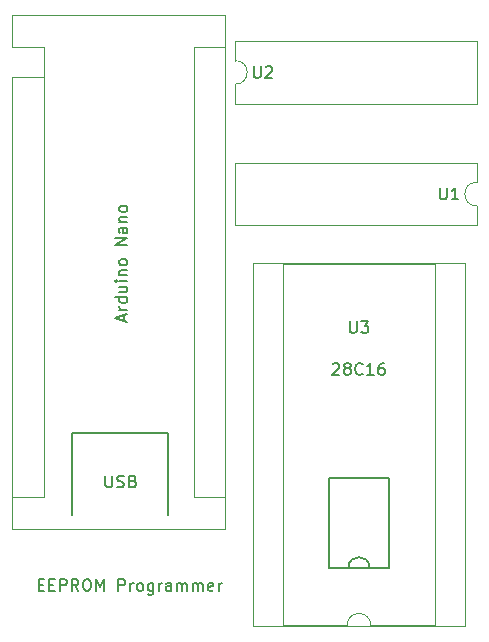
<source format=gbr>
%TF.GenerationSoftware,KiCad,Pcbnew,6.0.4+dfsg-1~bpo11+1*%
%TF.CreationDate,2022-04-07T01:30:12+04:30*%
%TF.ProjectId,EEPROM_Arduino_Programmer,45455052-4f4d-45f4-9172-6475696e6f5f,rev?*%
%TF.SameCoordinates,Original*%
%TF.FileFunction,Legend,Top*%
%TF.FilePolarity,Positive*%
%FSLAX46Y46*%
G04 Gerber Fmt 4.6, Leading zero omitted, Abs format (unit mm)*
G04 Created by KiCad (PCBNEW 6.0.4+dfsg-1~bpo11+1) date 2022-04-07 01:30:12*
%MOMM*%
%LPD*%
G01*
G04 APERTURE LIST*
%ADD10C,0.150000*%
%ADD11C,0.120000*%
G04 APERTURE END LIST*
D10*
X174117000Y-98425000D02*
X179197000Y-98425000D01*
X179197000Y-98425000D02*
X179197000Y-106045000D01*
X179197000Y-106045000D02*
X174117000Y-106045000D01*
X174117000Y-106045000D02*
X174117000Y-98425000D01*
X160528000Y-94615000D02*
X160528000Y-101600000D01*
X177546000Y-106045000D02*
G75*
G03*
X175768000Y-106045000I-889000J0D01*
G01*
X152400000Y-94615000D02*
X160528000Y-94615000D01*
X152400000Y-101600000D02*
X152400000Y-94615000D01*
X155202095Y-98258380D02*
X155202095Y-99067904D01*
X155249714Y-99163142D01*
X155297333Y-99210761D01*
X155392571Y-99258380D01*
X155583047Y-99258380D01*
X155678285Y-99210761D01*
X155725904Y-99163142D01*
X155773523Y-99067904D01*
X155773523Y-98258380D01*
X156202095Y-99210761D02*
X156344952Y-99258380D01*
X156583047Y-99258380D01*
X156678285Y-99210761D01*
X156725904Y-99163142D01*
X156773523Y-99067904D01*
X156773523Y-98972666D01*
X156725904Y-98877428D01*
X156678285Y-98829809D01*
X156583047Y-98782190D01*
X156392571Y-98734571D01*
X156297333Y-98686952D01*
X156249714Y-98639333D01*
X156202095Y-98544095D01*
X156202095Y-98448857D01*
X156249714Y-98353619D01*
X156297333Y-98306000D01*
X156392571Y-98258380D01*
X156630666Y-98258380D01*
X156773523Y-98306000D01*
X157535428Y-98734571D02*
X157678285Y-98782190D01*
X157725904Y-98829809D01*
X157773523Y-98925047D01*
X157773523Y-99067904D01*
X157725904Y-99163142D01*
X157678285Y-99210761D01*
X157583047Y-99258380D01*
X157202095Y-99258380D01*
X157202095Y-98258380D01*
X157535428Y-98258380D01*
X157630666Y-98306000D01*
X157678285Y-98353619D01*
X157725904Y-98448857D01*
X157725904Y-98544095D01*
X157678285Y-98639333D01*
X157630666Y-98686952D01*
X157535428Y-98734571D01*
X157202095Y-98734571D01*
X174442714Y-88828619D02*
X174490333Y-88781000D01*
X174585571Y-88733380D01*
X174823666Y-88733380D01*
X174918904Y-88781000D01*
X174966523Y-88828619D01*
X175014142Y-88923857D01*
X175014142Y-89019095D01*
X174966523Y-89161952D01*
X174395095Y-89733380D01*
X175014142Y-89733380D01*
X175585571Y-89161952D02*
X175490333Y-89114333D01*
X175442714Y-89066714D01*
X175395095Y-88971476D01*
X175395095Y-88923857D01*
X175442714Y-88828619D01*
X175490333Y-88781000D01*
X175585571Y-88733380D01*
X175776047Y-88733380D01*
X175871285Y-88781000D01*
X175918904Y-88828619D01*
X175966523Y-88923857D01*
X175966523Y-88971476D01*
X175918904Y-89066714D01*
X175871285Y-89114333D01*
X175776047Y-89161952D01*
X175585571Y-89161952D01*
X175490333Y-89209571D01*
X175442714Y-89257190D01*
X175395095Y-89352428D01*
X175395095Y-89542904D01*
X175442714Y-89638142D01*
X175490333Y-89685761D01*
X175585571Y-89733380D01*
X175776047Y-89733380D01*
X175871285Y-89685761D01*
X175918904Y-89638142D01*
X175966523Y-89542904D01*
X175966523Y-89352428D01*
X175918904Y-89257190D01*
X175871285Y-89209571D01*
X175776047Y-89161952D01*
X176966523Y-89638142D02*
X176918904Y-89685761D01*
X176776047Y-89733380D01*
X176680809Y-89733380D01*
X176537952Y-89685761D01*
X176442714Y-89590523D01*
X176395095Y-89495285D01*
X176347476Y-89304809D01*
X176347476Y-89161952D01*
X176395095Y-88971476D01*
X176442714Y-88876238D01*
X176537952Y-88781000D01*
X176680809Y-88733380D01*
X176776047Y-88733380D01*
X176918904Y-88781000D01*
X176966523Y-88828619D01*
X177918904Y-89733380D02*
X177347476Y-89733380D01*
X177633190Y-89733380D02*
X177633190Y-88733380D01*
X177537952Y-88876238D01*
X177442714Y-88971476D01*
X177347476Y-89019095D01*
X178776047Y-88733380D02*
X178585571Y-88733380D01*
X178490333Y-88781000D01*
X178442714Y-88828619D01*
X178347476Y-88971476D01*
X178299857Y-89161952D01*
X178299857Y-89542904D01*
X178347476Y-89638142D01*
X178395095Y-89685761D01*
X178490333Y-89733380D01*
X178680809Y-89733380D01*
X178776047Y-89685761D01*
X178823666Y-89638142D01*
X178871285Y-89542904D01*
X178871285Y-89304809D01*
X178823666Y-89209571D01*
X178776047Y-89161952D01*
X178680809Y-89114333D01*
X178490333Y-89114333D01*
X178395095Y-89161952D01*
X178347476Y-89209571D01*
X178299857Y-89304809D01*
X149535523Y-107497571D02*
X149868857Y-107497571D01*
X150011714Y-108021380D02*
X149535523Y-108021380D01*
X149535523Y-107021380D01*
X150011714Y-107021380D01*
X150440285Y-107497571D02*
X150773619Y-107497571D01*
X150916476Y-108021380D02*
X150440285Y-108021380D01*
X150440285Y-107021380D01*
X150916476Y-107021380D01*
X151345047Y-108021380D02*
X151345047Y-107021380D01*
X151726000Y-107021380D01*
X151821238Y-107069000D01*
X151868857Y-107116619D01*
X151916476Y-107211857D01*
X151916476Y-107354714D01*
X151868857Y-107449952D01*
X151821238Y-107497571D01*
X151726000Y-107545190D01*
X151345047Y-107545190D01*
X152916476Y-108021380D02*
X152583142Y-107545190D01*
X152345047Y-108021380D02*
X152345047Y-107021380D01*
X152726000Y-107021380D01*
X152821238Y-107069000D01*
X152868857Y-107116619D01*
X152916476Y-107211857D01*
X152916476Y-107354714D01*
X152868857Y-107449952D01*
X152821238Y-107497571D01*
X152726000Y-107545190D01*
X152345047Y-107545190D01*
X153535523Y-107021380D02*
X153726000Y-107021380D01*
X153821238Y-107069000D01*
X153916476Y-107164238D01*
X153964095Y-107354714D01*
X153964095Y-107688047D01*
X153916476Y-107878523D01*
X153821238Y-107973761D01*
X153726000Y-108021380D01*
X153535523Y-108021380D01*
X153440285Y-107973761D01*
X153345047Y-107878523D01*
X153297428Y-107688047D01*
X153297428Y-107354714D01*
X153345047Y-107164238D01*
X153440285Y-107069000D01*
X153535523Y-107021380D01*
X154392666Y-108021380D02*
X154392666Y-107021380D01*
X154726000Y-107735666D01*
X155059333Y-107021380D01*
X155059333Y-108021380D01*
X156297428Y-108021380D02*
X156297428Y-107021380D01*
X156678380Y-107021380D01*
X156773619Y-107069000D01*
X156821238Y-107116619D01*
X156868857Y-107211857D01*
X156868857Y-107354714D01*
X156821238Y-107449952D01*
X156773619Y-107497571D01*
X156678380Y-107545190D01*
X156297428Y-107545190D01*
X157297428Y-108021380D02*
X157297428Y-107354714D01*
X157297428Y-107545190D02*
X157345047Y-107449952D01*
X157392666Y-107402333D01*
X157487904Y-107354714D01*
X157583142Y-107354714D01*
X158059333Y-108021380D02*
X157964095Y-107973761D01*
X157916476Y-107926142D01*
X157868857Y-107830904D01*
X157868857Y-107545190D01*
X157916476Y-107449952D01*
X157964095Y-107402333D01*
X158059333Y-107354714D01*
X158202190Y-107354714D01*
X158297428Y-107402333D01*
X158345047Y-107449952D01*
X158392666Y-107545190D01*
X158392666Y-107830904D01*
X158345047Y-107926142D01*
X158297428Y-107973761D01*
X158202190Y-108021380D01*
X158059333Y-108021380D01*
X159249809Y-107354714D02*
X159249809Y-108164238D01*
X159202190Y-108259476D01*
X159154571Y-108307095D01*
X159059333Y-108354714D01*
X158916476Y-108354714D01*
X158821238Y-108307095D01*
X159249809Y-107973761D02*
X159154571Y-108021380D01*
X158964095Y-108021380D01*
X158868857Y-107973761D01*
X158821238Y-107926142D01*
X158773619Y-107830904D01*
X158773619Y-107545190D01*
X158821238Y-107449952D01*
X158868857Y-107402333D01*
X158964095Y-107354714D01*
X159154571Y-107354714D01*
X159249809Y-107402333D01*
X159726000Y-108021380D02*
X159726000Y-107354714D01*
X159726000Y-107545190D02*
X159773619Y-107449952D01*
X159821238Y-107402333D01*
X159916476Y-107354714D01*
X160011714Y-107354714D01*
X160773619Y-108021380D02*
X160773619Y-107497571D01*
X160726000Y-107402333D01*
X160630761Y-107354714D01*
X160440285Y-107354714D01*
X160345047Y-107402333D01*
X160773619Y-107973761D02*
X160678380Y-108021380D01*
X160440285Y-108021380D01*
X160345047Y-107973761D01*
X160297428Y-107878523D01*
X160297428Y-107783285D01*
X160345047Y-107688047D01*
X160440285Y-107640428D01*
X160678380Y-107640428D01*
X160773619Y-107592809D01*
X161249809Y-108021380D02*
X161249809Y-107354714D01*
X161249809Y-107449952D02*
X161297428Y-107402333D01*
X161392666Y-107354714D01*
X161535523Y-107354714D01*
X161630761Y-107402333D01*
X161678380Y-107497571D01*
X161678380Y-108021380D01*
X161678380Y-107497571D02*
X161726000Y-107402333D01*
X161821238Y-107354714D01*
X161964095Y-107354714D01*
X162059333Y-107402333D01*
X162106952Y-107497571D01*
X162106952Y-108021380D01*
X162583142Y-108021380D02*
X162583142Y-107354714D01*
X162583142Y-107449952D02*
X162630761Y-107402333D01*
X162726000Y-107354714D01*
X162868857Y-107354714D01*
X162964095Y-107402333D01*
X163011714Y-107497571D01*
X163011714Y-108021380D01*
X163011714Y-107497571D02*
X163059333Y-107402333D01*
X163154571Y-107354714D01*
X163297428Y-107354714D01*
X163392666Y-107402333D01*
X163440285Y-107497571D01*
X163440285Y-108021380D01*
X164297428Y-107973761D02*
X164202190Y-108021380D01*
X164011714Y-108021380D01*
X163916476Y-107973761D01*
X163868857Y-107878523D01*
X163868857Y-107497571D01*
X163916476Y-107402333D01*
X164011714Y-107354714D01*
X164202190Y-107354714D01*
X164297428Y-107402333D01*
X164345047Y-107497571D01*
X164345047Y-107592809D01*
X163868857Y-107688047D01*
X164773619Y-108021380D02*
X164773619Y-107354714D01*
X164773619Y-107545190D02*
X164821238Y-107449952D01*
X164868857Y-107402333D01*
X164964095Y-107354714D01*
X165059333Y-107354714D01*
%TO.C,Arduino Nano*%
X156757666Y-85121142D02*
X156757666Y-84644952D01*
X157043380Y-85216380D02*
X156043380Y-84883047D01*
X157043380Y-84549714D01*
X157043380Y-84216380D02*
X156376714Y-84216380D01*
X156567190Y-84216380D02*
X156471952Y-84168761D01*
X156424333Y-84121142D01*
X156376714Y-84025904D01*
X156376714Y-83930666D01*
X157043380Y-83168761D02*
X156043380Y-83168761D01*
X156995761Y-83168761D02*
X157043380Y-83264000D01*
X157043380Y-83454476D01*
X156995761Y-83549714D01*
X156948142Y-83597333D01*
X156852904Y-83644952D01*
X156567190Y-83644952D01*
X156471952Y-83597333D01*
X156424333Y-83549714D01*
X156376714Y-83454476D01*
X156376714Y-83264000D01*
X156424333Y-83168761D01*
X156376714Y-82264000D02*
X157043380Y-82264000D01*
X156376714Y-82692571D02*
X156900523Y-82692571D01*
X156995761Y-82644952D01*
X157043380Y-82549714D01*
X157043380Y-82406857D01*
X156995761Y-82311619D01*
X156948142Y-82264000D01*
X157043380Y-81787809D02*
X156376714Y-81787809D01*
X156043380Y-81787809D02*
X156091000Y-81835428D01*
X156138619Y-81787809D01*
X156091000Y-81740190D01*
X156043380Y-81787809D01*
X156138619Y-81787809D01*
X156376714Y-81311619D02*
X157043380Y-81311619D01*
X156471952Y-81311619D02*
X156424333Y-81264000D01*
X156376714Y-81168761D01*
X156376714Y-81025904D01*
X156424333Y-80930666D01*
X156519571Y-80883047D01*
X157043380Y-80883047D01*
X157043380Y-80264000D02*
X156995761Y-80359238D01*
X156948142Y-80406857D01*
X156852904Y-80454476D01*
X156567190Y-80454476D01*
X156471952Y-80406857D01*
X156424333Y-80359238D01*
X156376714Y-80264000D01*
X156376714Y-80121142D01*
X156424333Y-80025904D01*
X156471952Y-79978285D01*
X156567190Y-79930666D01*
X156852904Y-79930666D01*
X156948142Y-79978285D01*
X156995761Y-80025904D01*
X157043380Y-80121142D01*
X157043380Y-80264000D01*
X157043380Y-78740190D02*
X156043380Y-78740190D01*
X157043380Y-78168761D01*
X156043380Y-78168761D01*
X157043380Y-77264000D02*
X156519571Y-77264000D01*
X156424333Y-77311619D01*
X156376714Y-77406857D01*
X156376714Y-77597333D01*
X156424333Y-77692571D01*
X156995761Y-77264000D02*
X157043380Y-77359238D01*
X157043380Y-77597333D01*
X156995761Y-77692571D01*
X156900523Y-77740190D01*
X156805285Y-77740190D01*
X156710047Y-77692571D01*
X156662428Y-77597333D01*
X156662428Y-77359238D01*
X156614809Y-77264000D01*
X156376714Y-76787809D02*
X157043380Y-76787809D01*
X156471952Y-76787809D02*
X156424333Y-76740190D01*
X156376714Y-76644952D01*
X156376714Y-76502095D01*
X156424333Y-76406857D01*
X156519571Y-76359238D01*
X157043380Y-76359238D01*
X157043380Y-75740190D02*
X156995761Y-75835428D01*
X156948142Y-75883047D01*
X156852904Y-75930666D01*
X156567190Y-75930666D01*
X156471952Y-75883047D01*
X156424333Y-75835428D01*
X156376714Y-75740190D01*
X156376714Y-75597333D01*
X156424333Y-75502095D01*
X156471952Y-75454476D01*
X156567190Y-75406857D01*
X156852904Y-75406857D01*
X156948142Y-75454476D01*
X156995761Y-75502095D01*
X157043380Y-75597333D01*
X157043380Y-75740190D01*
%TO.C,U3*%
X175895095Y-85177380D02*
X175895095Y-85986904D01*
X175942714Y-86082142D01*
X175990333Y-86129761D01*
X176085571Y-86177380D01*
X176276047Y-86177380D01*
X176371285Y-86129761D01*
X176418904Y-86082142D01*
X176466523Y-85986904D01*
X176466523Y-85177380D01*
X176847476Y-85177380D02*
X177466523Y-85177380D01*
X177133190Y-85558333D01*
X177276047Y-85558333D01*
X177371285Y-85605952D01*
X177418904Y-85653571D01*
X177466523Y-85748809D01*
X177466523Y-85986904D01*
X177418904Y-86082142D01*
X177371285Y-86129761D01*
X177276047Y-86177380D01*
X176990333Y-86177380D01*
X176895095Y-86129761D01*
X176847476Y-86082142D01*
%TO.C,U2*%
X167767095Y-63587380D02*
X167767095Y-64396904D01*
X167814714Y-64492142D01*
X167862333Y-64539761D01*
X167957571Y-64587380D01*
X168148047Y-64587380D01*
X168243285Y-64539761D01*
X168290904Y-64492142D01*
X168338523Y-64396904D01*
X168338523Y-63587380D01*
X168767095Y-63682619D02*
X168814714Y-63635000D01*
X168909952Y-63587380D01*
X169148047Y-63587380D01*
X169243285Y-63635000D01*
X169290904Y-63682619D01*
X169338523Y-63777857D01*
X169338523Y-63873095D01*
X169290904Y-64015952D01*
X168719476Y-64587380D01*
X169338523Y-64587380D01*
%TO.C,U1*%
X183515095Y-73874380D02*
X183515095Y-74683904D01*
X183562714Y-74779142D01*
X183610333Y-74826761D01*
X183705571Y-74874380D01*
X183896047Y-74874380D01*
X183991285Y-74826761D01*
X184038904Y-74779142D01*
X184086523Y-74683904D01*
X184086523Y-73874380D01*
X185086523Y-74874380D02*
X184515095Y-74874380D01*
X184800809Y-74874380D02*
X184800809Y-73874380D01*
X184705571Y-74017238D01*
X184610333Y-74112476D01*
X184515095Y-74160095D01*
D11*
%TO.C,Arduino Nano*%
X162687000Y-61976000D02*
X165357000Y-61976000D01*
X147317000Y-64516000D02*
X147317000Y-102746000D01*
X162687000Y-61976000D02*
X162687000Y-100076000D01*
X165357000Y-59306000D02*
X147317000Y-59306000D01*
X147317000Y-59306000D02*
X147317000Y-61976000D01*
X149987000Y-61976000D02*
X147317000Y-61976000D01*
X149987000Y-64516000D02*
X149987000Y-100076000D01*
X165357000Y-102746000D02*
X165357000Y-59306000D01*
X147317000Y-102746000D02*
X165357000Y-102746000D01*
X149987000Y-64516000D02*
X147317000Y-64516000D01*
X149987000Y-100076000D02*
X147317000Y-100076000D01*
X162687000Y-100076000D02*
X165357000Y-100076000D01*
X149987000Y-64516000D02*
X149987000Y-61976000D01*
%TO.C,U3*%
X177662000Y-110936000D02*
X183122000Y-110936000D01*
X185612000Y-110996000D02*
X185612000Y-80276000D01*
X170202000Y-110936000D02*
X175662000Y-110936000D01*
X183122000Y-80336000D02*
X170202000Y-80336000D01*
X167712000Y-80276000D02*
X167712000Y-110996000D01*
X183122000Y-110936000D02*
X183122000Y-80336000D01*
X185612000Y-80276000D02*
X167712000Y-80276000D01*
X170202000Y-80336000D02*
X170202000Y-110936000D01*
X167712000Y-110996000D02*
X185612000Y-110996000D01*
X177662000Y-110936000D02*
G75*
G03*
X175662000Y-110936000I-1000000J0D01*
G01*
%TO.C,U2*%
X166198000Y-61475000D02*
X166198000Y-63125000D01*
X186638000Y-61475000D02*
X166198000Y-61475000D01*
X186638000Y-66775000D02*
X186638000Y-61475000D01*
X166198000Y-65125000D02*
X166198000Y-66775000D01*
X166198000Y-66775000D02*
X186638000Y-66775000D01*
X166198000Y-65125000D02*
G75*
G03*
X166198000Y-63125000I0J1000000D01*
G01*
%TO.C,U1*%
X186623000Y-77072000D02*
X186623000Y-75422000D01*
X166183000Y-71772000D02*
X166183000Y-77072000D01*
X186623000Y-71772000D02*
X166183000Y-71772000D01*
X166183000Y-77072000D02*
X186623000Y-77072000D01*
X186623000Y-73422000D02*
X186623000Y-71772000D01*
X186623000Y-73422000D02*
G75*
G03*
X186623000Y-75422000I0J-1000000D01*
G01*
%TD*%
M02*

</source>
